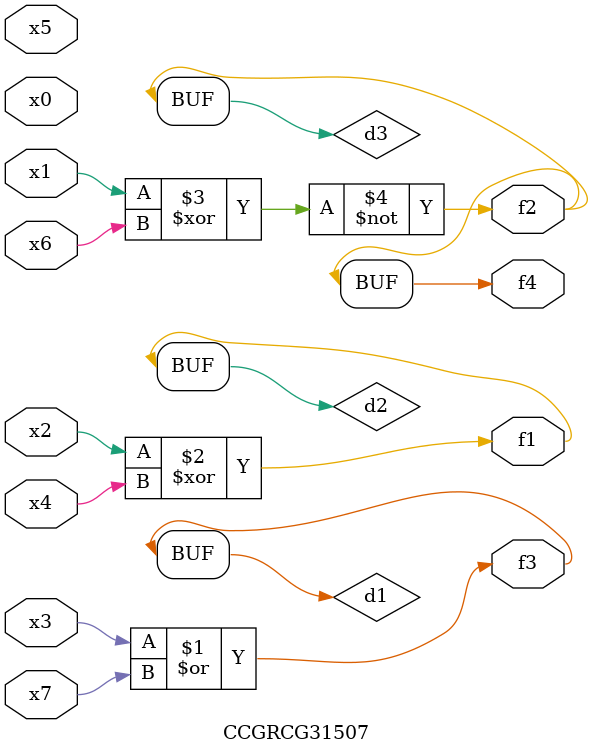
<source format=v>
module CCGRCG31507(
	input x0, x1, x2, x3, x4, x5, x6, x7,
	output f1, f2, f3, f4
);

	wire d1, d2, d3;

	or (d1, x3, x7);
	xor (d2, x2, x4);
	xnor (d3, x1, x6);
	assign f1 = d2;
	assign f2 = d3;
	assign f3 = d1;
	assign f4 = d3;
endmodule

</source>
